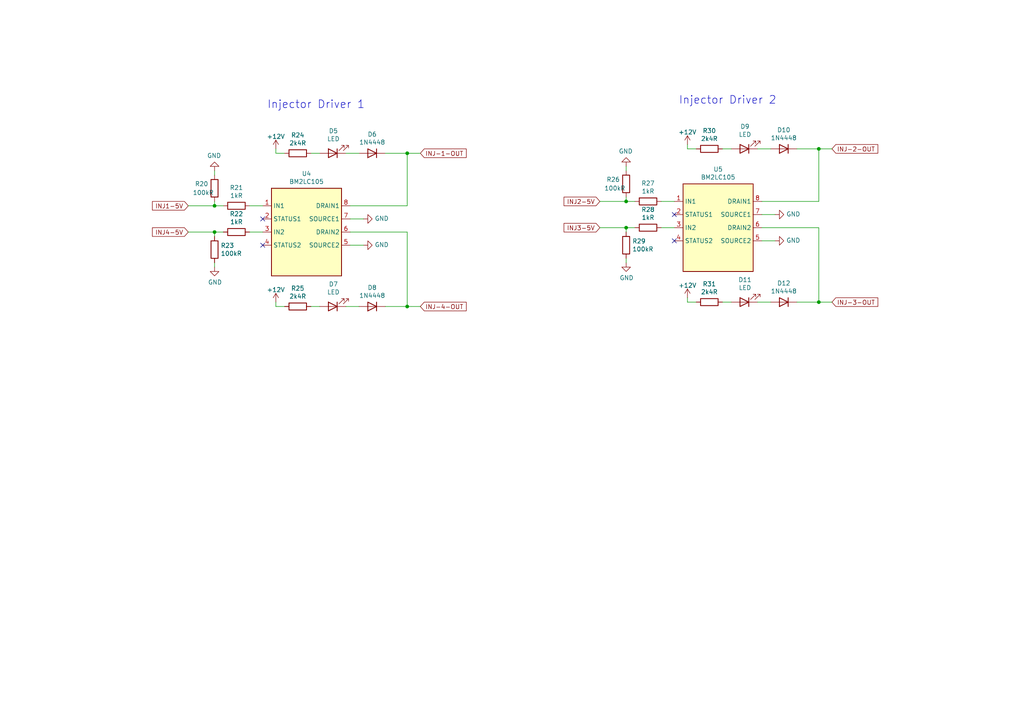
<source format=kicad_sch>
(kicad_sch (version 20211123) (generator eeschema)
  (paper "A4")
  (title_block (title "Speeduino board for Teensy 4.1") (date "2022-12-31") (rev "5") (company "Fontys Eindhoven EXPO group 13 || Speeduino") (comment 1 "Adapted from Speeduino V0.4.4c board"))
  (lib_symbols
    (symbol "Device:D" (pin_numbers hide) (pin_names (offset 1.016) hide)
      (property "Reference" "D" (at 0 2.54 0))
      (property "Value" "D" (at 0 -2.54 0))
      (symbol "D_0_1"
        (polyline (pts (xy -1.27 1.27) (xy -1.27 -1.27)) (stroke (width 0.254)))
        (polyline (pts (xy 1.27 0) (xy -1.27 0)))
        (polyline (pts (xy 1.27 1.27) (xy 1.27 -1.27) (xy -1.27 0) (xy 1.27 1.27)) (stroke (width 0.254)))
      )
      (symbol "D_1_1"
        (pin passive line (at -3.81 0 0) (length 2.54) (name "K") (number "1"))
        (pin passive line (at 3.81 0 180) (length 2.54) (name "A") (number "2"))
      )
    )
    (symbol "Device:LED" (pin_numbers hide) (pin_names (offset 1.016) hide)
      (property "Reference" "D" (at 0 2.54 0))
      (property "Value" "LED" (at 0 -2.54 0))
      (symbol "LED_0_1"
        (polyline (pts (xy -1.27 -1.27) (xy -1.27 1.27)) (stroke (width 0.254)))
        (polyline (pts (xy -1.27 0) (xy 1.27 0)))
        (polyline (pts (xy 1.27 -1.27) (xy 1.27 1.27) (xy -1.27 0) (xy 1.27 -1.27)) (stroke (width 0.254)))
        (polyline (pts (xy -3.048 -0.762) (xy -4.572 -2.286) (xy -3.81 -2.286) (xy -4.572 -2.286) (xy -4.572 -1.524)))
        (polyline (pts (xy -1.778 -0.762) (xy -3.302 -2.286) (xy -2.54 -2.286) (xy -3.302 -2.286) (xy -3.302 -1.524)))
      )
      (symbol "LED_1_1"
        (pin passive line (at -3.81 0 0) (length 2.54) (name "K") (number "1"))
        (pin passive line (at 3.81 0 180) (length 2.54) (name "A") (number "2"))
      )
    )
    (symbol "Device:R" (pin_numbers hide) (pin_names (offset 0))
      (property "Reference" "R" (at 2.032 0 90))
      (property "Value" "R" (at 0 0 90))
      (symbol "R_0_1"
        (rectangle (start -1.016 -2.54) (end 1.016 2.54) (stroke (width 0.254)))
      )
      (symbol "R_1_1"
        (pin passive line (at 0 3.81 270) (length 1.27) (name "~") (number "1"))
        (pin passive line (at 0 -3.81 90) (length 1.27) (name "~") (number "2"))
      )
    )
    (symbol "Speeduino-lib:VNLD5090-IC_Automotive"
      (property "Reference" "U4" (at 2.54 14.4018 0))
      (property "Value" "VNLD5090-IC_Automotive" (at 2.54 12.0904 0))
      (symbol "VNLD5090-IC_Automotive_0_1"
        (rectangle (start -7.62 -15.24) (end 12.7 10.16) (stroke (width 0.254)) (fill (type background)))
      )
      (symbol "VNLD5090-IC_Automotive_1_1"
        (pin input line (at -10.16 5.08 0) (length 2.54) (name "IN1") (number "1"))
        (pin output line (at -10.16 1.27 0) (length 2.54) (name "STATUS1") (number "2"))
        (pin input line (at -10.16 -2.54 0) (length 2.54) (name "IN2") (number "3"))
        (pin output line (at -10.16 -6.35 0) (length 2.54) (name "STATUS2") (number "4"))
        (pin input line (at 15.24 -6.35 180) (length 2.54) (name "SOURCE2") (number "5"))
        (pin output line (at 15.24 -2.54 180) (length 2.54) (name "DRAIN2") (number "6"))
        (pin input line (at 15.24 1.27 180) (length 2.54) (name "SOURCE1") (number "7"))
        (pin output line (at 15.24 5.08 180) (length 2.54) (name "DRAIN1") (number "8"))
      )
    )
    (symbol "power:+12V" (power) (pin_names (offset 0))
      (property "Value" "+12V" (at 0 3.556 0))
      (symbol "+12V_0_1"
        (polyline (pts (xy -0.762 1.27) (xy 0 2.54)))
        (polyline (pts (xy 0 0) (xy 0 2.54)))
        (polyline (pts (xy 0 2.54) (xy 0.762 1.27)))
      )
      (symbol "+12V_1_1"
        (pin power_in line (at 0 0 90) (length 0) hide (name "+12V") (number "1"))
      )
    )
    (symbol "power:GND" (power) (pin_names (offset 0))
      (property "Value" "GND" (at 0 -3.81 0))
      (symbol "GND_0_1"
        (polyline (pts (xy 0 0) (xy 0 -1.27) (xy 1.27 -1.27) (xy 0 -2.54) (xy -1.27 -1.27) (xy 0 -1.27)))
      )
      (symbol "GND_1_1"
        (pin power_in line (at 0 0 270) (length 0) hide (name "GND") (number "1"))
      )
    )
  )
  (junction (at 62.23 59.69))
  (junction (at 237.49 87.63))
  (junction (at 181.61 66.04))
  (junction (at 62.23 67.31))
  (junction (at 118.11 88.9))
  (junction (at 118.11 44.45))
  (junction (at 181.61 58.42))
  (junction (at 237.49 43.18))
  (no_connect (at 76.2 63.5))
  (no_connect (at 195.58 69.85))
  (no_connect (at 76.2 71.12))
  (no_connect (at 195.58 62.23))
  (wire (pts (xy 101.6 67.31) (xy 118.11 67.31)))
  (wire (pts (xy 181.61 76.2) (xy 181.61 74.93)))
  (wire (pts (xy 219.71 87.63) (xy 223.52 87.63)))
  (wire (pts (xy 80.01 88.9) (xy 82.55 88.9)))
  (wire (pts (xy 62.23 77.47) (xy 62.23 76.2)))
  (wire (pts (xy 62.23 50.8) (xy 62.23 49.53)))
  (wire (pts (xy 224.79 69.85) (xy 220.98 69.85)))
  (wire (pts (xy 199.39 87.63) (xy 201.93 87.63)))
  (wire (pts (xy 111.76 88.9) (xy 118.11 88.9)))
  (wire (pts (xy 111.76 44.45) (xy 118.11 44.45)))
  (wire (pts (xy 121.92 44.45) (xy 118.11 44.45)))
  (wire (pts (xy 80.01 44.45) (xy 82.55 44.45)))
  (wire (pts (xy 241.3 87.63) (xy 237.49 87.63)))
  (wire (pts (xy 199.39 41.91) (xy 199.39 43.18)))
  (wire (pts (xy 62.23 59.69) (xy 64.77 59.69)))
  (wire (pts (xy 62.23 67.31) (xy 62.23 68.58)))
  (wire (pts (xy 90.17 44.45) (xy 92.71 44.45)))
  (wire (pts (xy 209.55 87.63) (xy 212.09 87.63)))
  (wire (pts (xy 220.98 58.42) (xy 237.49 58.42)))
  (wire (pts (xy 72.39 67.31) (xy 76.2 67.31)))
  (wire (pts (xy 80.01 43.18) (xy 80.01 44.45)))
  (wire (pts (xy 199.39 86.36) (xy 199.39 87.63)))
  (wire (pts (xy 231.14 87.63) (xy 237.49 87.63)))
  (wire (pts (xy 191.77 66.04) (xy 195.58 66.04)))
  (wire (pts (xy 62.23 58.42) (xy 62.23 59.69)))
  (wire (pts (xy 237.49 66.04) (xy 237.49 87.63)))
  (wire (pts (xy 54.61 59.69) (xy 62.23 59.69)))
  (wire (pts (xy 105.41 71.12) (xy 101.6 71.12)))
  (wire (pts (xy 64.77 67.31) (xy 62.23 67.31)))
  (wire (pts (xy 100.33 88.9) (xy 104.14 88.9)))
  (wire (pts (xy 54.61 67.31) (xy 62.23 67.31)))
  (wire (pts (xy 101.6 63.5) (xy 105.41 63.5)))
  (wire (pts (xy 121.92 88.9) (xy 118.11 88.9)))
  (wire (pts (xy 118.11 67.31) (xy 118.11 88.9)))
  (wire (pts (xy 181.61 66.04) (xy 181.61 67.31)))
  (wire (pts (xy 219.71 43.18) (xy 223.52 43.18)))
  (wire (pts (xy 181.61 49.53) (xy 181.61 48.26)))
  (wire (pts (xy 220.98 62.23) (xy 224.79 62.23)))
  (wire (pts (xy 231.14 43.18) (xy 237.49 43.18)))
  (wire (pts (xy 184.15 66.04) (xy 181.61 66.04)))
  (wire (pts (xy 181.61 58.42) (xy 184.15 58.42)))
  (wire (pts (xy 101.6 59.69) (xy 118.11 59.69)))
  (wire (pts (xy 241.3 43.18) (xy 237.49 43.18)))
  (wire (pts (xy 80.01 87.63) (xy 80.01 88.9)))
  (wire (pts (xy 237.49 58.42) (xy 237.49 43.18)))
  (wire (pts (xy 72.39 59.69) (xy 76.2 59.69)))
  (wire (pts (xy 209.55 43.18) (xy 212.09 43.18)))
  (wire (pts (xy 100.33 44.45) (xy 104.14 44.45)))
  (wire (pts (xy 118.11 59.69) (xy 118.11 44.45)))
  (wire (pts (xy 191.77 58.42) (xy 195.58 58.42)))
  (wire (pts (xy 220.98 66.04) (xy 237.49 66.04)))
  (wire (pts (xy 181.61 57.15) (xy 181.61 58.42)))
  (wire (pts (xy 173.99 58.42) (xy 181.61 58.42)))
  (wire (pts (xy 173.99 66.04) (xy 181.61 66.04)))
  (wire (pts (xy 199.39 43.18) (xy 201.93 43.18)))
  (wire (pts (xy 90.17 88.9) (xy 92.71 88.9)))
  (text "Injector Driver 2" (at 196.85 30.48 0) (effects (font (size 2.2606 2.2606)) (justify left bottom)))
  (text "Injector Driver 1" (at 77.47 31.75 0) (effects (font (size 2.2606 2.2606)) (justify left bottom)))
  (global_label "INJ2-5V" (shape input) (at 173.99 58.42 180) (property "Intersheet References" "${INTERSHEET_REFS}" (effects hide)))
  (global_label "INJ-2-OUT" (shape input) (at 241.3 43.18 0) (property "Intersheet References" "${INTERSHEET_REFS}" (effects hide)))
  (global_label "INJ-4-OUT" (shape input) (at 121.92 88.9 0) (property "Intersheet References" "${INTERSHEET_REFS}" (effects hide)))
  (global_label "INJ4-5V" (shape input) (at 54.61 67.31 180) (property "Intersheet References" "${INTERSHEET_REFS}" (effects hide)))
  (global_label "INJ-1-OUT" (shape input) (at 121.92 44.45 0) (property "Intersheet References" "${INTERSHEET_REFS}" (effects hide)))
  (global_label "INJ3-5V" (shape input) (at 173.99 66.04 180) (property "Intersheet References" "${INTERSHEET_REFS}" (effects hide)))
  (global_label "INJ-3-OUT" (shape input) (at 241.3 87.63 0) (property "Intersheet References" "${INTERSHEET_REFS}" (effects hide)))
  (global_label "INJ1-5V" (shape input) (at 54.61 59.69 180) (property "Intersheet References" "${INTERSHEET_REFS}" (effects hide)))
  (symbol (lib_id "Speeduino-lib:VNLD5090-IC_Automotive") (at 86.36 64.77 0) (unit 1)
    (property "Reference" "U4" (at 88.9 50.3682 0))
    (property "Value" "BM2LC105" (at 88.9 52.6796 0))
    (property "Footprint" "Package_SO:SOP-8_3.9x4.9mm_P1.27mm" (effects hide))
    (property "Datasheet" "https://www.st.com/resource/en/datasheet/vnld5090-e.pdf" (effects hide))
    (property "Manufacturer_Name" "Rohm Semi" (effects hide))
    (property "Manufacturer_Part_Number" "BM2LC105FJ-CE2" (effects hide))
    (property "URL" "https://www.digikey.nl/nl/products/detail/rohm-semiconductor/BM2LC105FJ-CE2/10249308?s=N4IgTCBcDaIEIFkwBkDCBGADAVgGICkBaVAUQgF0BfIA" (effects hide))
    (property "Digikey Part Number" "BM2LC105FJ-CE2CT-ND" (effects hide))
  )
  (symbol (lib_id "power:GND") (at 105.41 63.5 90) (unit 1)
    (property "Reference" "#PWR0116" (effects hide))
    (property "Value" "GND" (at 108.6612 63.373 90) (effects (justify right)))
  )
  (symbol (lib_id "power:GND") (at 105.41 71.12 90) (unit 1)
    (property "Reference" "#PWR0113" (effects hide))
    (property "Value" "GND" (at 108.6612 70.993 90) (effects (justify right)))
  )
  (symbol (lib_id "Device:R") (at 68.58 59.69 270) (unit 1)
    (property "Reference" "R21" (at 68.58 54.4322 90))
    (property "Value" "1kR" (at 68.58 56.7436 90))
    (property "Footprint" "Resistor_SMD:R_0402_1005Metric" (effects hide))
    (property "Digikey Part Number" "2502798" (effects hide))
    (property "Manufacturer_Name" "Walsin" (effects hide))
    (property "Manufacturer_Part_Number" "WF04P1001FTL" (effects hide))
    (property "URL" "https://nl.farnell.com/walsin/wf04p1001ftl/res-1k-1-50v-0402-thick-film/dp/2502798" (effects hide))
  )
  (symbol (lib_id "Device:R") (at 68.58 67.31 270) (unit 1)
    (property "Reference" "R22" (at 68.58 62.0522 90))
    (property "Value" "1kR" (at 68.58 64.3636 90))
    (property "Footprint" "Resistor_SMD:R_0402_1005Metric" (effects hide))
    (property "Digikey Part Number" "2502798" (effects hide))
    (property "Manufacturer_Name" "Walsin" (effects hide))
    (property "Manufacturer_Part_Number" "WF04P1001FTL" (effects hide))
    (property "URL" "https://nl.farnell.com/walsin/wf04p1001ftl/res-1k-1-50v-0402-thick-film/dp/2502798" (effects hide))
  )
  (symbol (lib_id "Device:R") (at 62.23 54.61 180) (unit 1)
    (property "Reference" "R20" (at 56.515 53.34 0) (effects (justify right)))
    (property "Value" "100kR" (at 55.88 55.88 0) (effects (justify right)))
    (property "Footprint" "Resistor_SMD:R_0402_1005Metric" (effects hide))
    (property "Digikey Part Number" "2502803" (effects hide))
    (property "Manufacturer_Name" "Walsin" (effects hide))
    (property "Manufacturer_Part_Number" "WF04P1003FTL" (effects hide))
    (property "URL" "https://nl.farnell.com/walsin/wf04p1003ftl/res-100k-1-50v-0402-thick-film/dp/2502803" (effects hide))
  )
  (symbol (lib_id "Device:R") (at 62.23 72.39 180) (unit 1)
    (property "Reference" "R23" (at 64.008 71.2216 0) (effects (justify right)))
    (property "Value" "100kR" (at 64.008 73.533 0) (effects (justify right)))
    (property "Footprint" "Resistor_SMD:R_0402_1005Metric" (effects hide))
    (property "Digikey Part Number" "2502803" (effects hide))
    (property "Manufacturer_Name" "Walsin" (effects hide))
    (property "Manufacturer_Part_Number" "WF04P1003FTL" (effects hide))
    (property "URL" "https://nl.farnell.com/walsin/wf04p1003ftl/res-100k-1-50v-0402-thick-film/dp/2502803" (effects hide))
  )
  (symbol (lib_id "power:GND") (at 62.23 49.53 180) (unit 1)
    (property "Reference" "#PWR0118" (effects hide))
    (property "Value" "GND" (at 62.103 45.1358 0))
  )
  (symbol (lib_id "power:GND") (at 62.23 77.47 0) (unit 1)
    (property "Reference" "#PWR0117" (effects hide))
    (property "Value" "GND" (at 62.357 81.8642 0))
  )
  (symbol (lib_id "Device:R") (at 86.36 88.9 270) (unit 1)
    (property "Reference" "R25" (at 86.36 83.6422 90))
    (property "Value" "2k4R" (at 86.36 85.9536 90))
    (property "Footprint" "Resistor_SMD:R_0805_2012Metric" (effects hide))
    (property "Digikey Part Number" "2447625" (effects hide))
    (property "Manufacturer_Name" "Multicomp" (effects hide))
    (property "Manufacturer_Part_Number" "MCWR08X2401FTL" (effects hide))
    (property "URL" "https://nl.farnell.com/multicomp/mcwr08x2401ftl/res-2k4-1-0-125w-thick-film/dp/2447625" (effects hide))
  )
  (symbol (lib_id "Device:LED") (at 96.52 88.9 180) (unit 1)
    (property "Reference" "D7" (at 96.6978 82.423 0))
    (property "Value" "LED" (at 96.6978 84.7344 0))
    (property "Footprint" "LED_SMD:LED_0805_2012Metric" (effects hide))
    (property "Digikey Part Number" "3796325" (effects hide))
    (property "Manufacturer_Name" "Multicomp" (effects hide))
    (property "Manufacturer_Part_Number" "MP008293" (effects hide))
    (property "URL" "https://nl.farnell.com/multicomp-pro/mp008293/led-red-220mcd-626nm-0805/dp/3796325" (effects hide))
  )
  (symbol (lib_id "Device:R") (at 86.36 44.45 270) (unit 1)
    (property "Reference" "R24" (at 86.36 39.1922 90))
    (property "Value" "2k4R" (at 86.36 41.5036 90))
    (property "Footprint" "Resistor_SMD:R_0805_2012Metric" (effects hide))
    (property "Digikey Part Number" "2447625" (effects hide))
    (property "Manufacturer_Name" "Multicomp" (effects hide))
    (property "Manufacturer_Part_Number" "MCWR08X2401FTL" (effects hide))
    (property "URL" "https://nl.farnell.com/multicomp/mcwr08x2401ftl/res-2k4-1-0-125w-thick-film/dp/2447625" (effects hide))
  )
  (symbol (lib_id "Device:LED") (at 96.52 44.45 180) (unit 1)
    (property "Reference" "D5" (at 96.6978 37.973 0))
    (property "Value" "LED" (at 96.6978 40.2844 0))
    (property "Footprint" "LED_SMD:LED_0805_2012Metric" (effects hide))
    (property "Digikey Part Number" "3796325" (effects hide))
    (property "Manufacturer_Name" "Multicomp" (effects hide))
    (property "Manufacturer_Part_Number" "MP008293" (effects hide))
    (property "URL" "https://nl.farnell.com/multicomp-pro/mp008293/led-red-220mcd-626nm-0805/dp/3796325" (effects hide))
  )
  (symbol (lib_id "Speeduino-lib:VNLD5090-IC_Automotive") (at 205.74 63.5 0) (unit 1)
    (property "Reference" "U5" (at 208.28 49.0982 0))
    (property "Value" "BM2LC105" (at 208.28 51.4096 0))
    (property "Footprint" "Package_SO:SOP-8_3.9x4.9mm_P1.27mm" (effects hide))
    (property "Datasheet" "https://www.st.com/resource/en/datasheet/vnld5090-e.pdf" (effects hide))
    (property "Manufacturer_Name" "Rohm Semi" (effects hide))
    (property "Manufacturer_Part_Number" "BM2LC105FJ-CE2" (effects hide))
    (property "URL" "https://www.digikey.nl/nl/products/detail/rohm-semiconductor/BM2LC105FJ-CE2/10249308?s=N4IgTCBcDaIEIFkwBkDCBGADAVgGICkBaVAUQgF0BfIA" (effects hide))
    (property "Digikey Part Number" "BM2LC105FJ-CE2CT-ND" (effects hide))
  )
  (symbol (lib_id "power:GND") (at 224.79 62.23 90) (unit 1)
    (property "Reference" "#PWR0110" (effects hide))
    (property "Value" "GND" (at 228.0412 62.103 90) (effects (justify right)))
  )
  (symbol (lib_id "power:GND") (at 224.79 69.85 90) (unit 1)
    (property "Reference" "#PWR0112" (effects hide))
    (property "Value" "GND" (at 228.0412 69.723 90) (effects (justify right)))
  )
  (symbol (lib_id "Device:R") (at 187.96 58.42 270) (unit 1)
    (property "Reference" "R27" (at 187.96 53.1622 90))
    (property "Value" "1kR" (at 187.96 55.4736 90))
    (property "Footprint" "Resistor_SMD:R_0402_1005Metric" (effects hide))
    (property "Digikey Part Number" "2502798" (effects hide))
    (property "Manufacturer_Name" "Walsin" (effects hide))
    (property "Manufacturer_Part_Number" "WF04P1001FTL" (effects hide))
    (property "URL" "https://nl.farnell.com/walsin/wf04p1001ftl/res-1k-1-50v-0402-thick-film/dp/2502798" (effects hide))
  )
  (symbol (lib_id "Device:R") (at 187.96 66.04 270) (unit 1)
    (property "Reference" "R28" (at 187.96 60.7822 90))
    (property "Value" "1kR" (at 187.96 63.0936 90))
    (property "Footprint" "Resistor_SMD:R_0402_1005Metric" (effects hide))
    (property "Digikey Part Number" "2502798" (effects hide))
    (property "Manufacturer_Name" "Walsin" (effects hide))
    (property "Manufacturer_Part_Number" "WF04P1001FTL" (effects hide))
    (property "URL" "https://nl.farnell.com/walsin/wf04p1001ftl/res-1k-1-50v-0402-thick-film/dp/2502798" (effects hide))
  )
  (symbol (lib_id "Device:R") (at 181.61 53.34 180) (unit 1)
    (property "Reference" "R26" (at 175.895 52.07 0) (effects (justify right)))
    (property "Value" "100kR" (at 175.26 54.61 0) (effects (justify right)))
    (property "Footprint" "Resistor_SMD:R_0402_1005Metric" (effects hide))
    (property "Digikey Part Number" "2502803" (effects hide))
    (property "Manufacturer_Name" "Walsin" (effects hide))
    (property "Manufacturer_Part_Number" "WF04P1003FTL" (effects hide))
    (property "URL" "https://nl.farnell.com/walsin/wf04p1003ftl/res-100k-1-50v-0402-thick-film/dp/2502803" (effects hide))
  )
  (symbol (lib_id "Device:R") (at 181.61 71.12 180) (unit 1)
    (property "Reference" "R29" (at 183.388 69.9516 0) (effects (justify right)))
    (property "Value" "100kR" (at 183.388 72.263 0) (effects (justify right)))
    (property "Footprint" "Resistor_SMD:R_0402_1005Metric" (effects hide))
    (property "Digikey Part Number" "2502803" (effects hide))
    (property "Manufacturer_Name" "Walsin" (effects hide))
    (property "Manufacturer_Part_Number" "WF04P1003FTL" (effects hide))
    (property "URL" "https://nl.farnell.com/walsin/wf04p1003ftl/res-100k-1-50v-0402-thick-film/dp/2502803" (effects hide))
  )
  (symbol (lib_id "power:GND") (at 181.61 48.26 180) (unit 1)
    (property "Reference" "#PWR0120" (effects hide))
    (property "Value" "GND" (at 181.483 43.8658 0))
  )
  (symbol (lib_id "power:GND") (at 181.61 76.2 0) (unit 1)
    (property "Reference" "#PWR0119" (effects hide))
    (property "Value" "GND" (at 181.737 80.5942 0))
  )
  (symbol (lib_id "Device:R") (at 205.74 87.63 270) (unit 1)
    (property "Reference" "R31" (at 205.74 82.3722 90))
    (property "Value" "2k4R" (at 205.74 84.6836 90))
    (property "Footprint" "Resistor_SMD:R_0805_2012Metric" (effects hide))
    (property "Digikey Part Number" "2447625" (effects hide))
    (property "Manufacturer_Name" "Multicomp" (effects hide))
    (property "Manufacturer_Part_Number" "MCWR08X2401FTL" (effects hide))
    (property "URL" "https://nl.farnell.com/multicomp/mcwr08x2401ftl/res-2k4-1-0-125w-thick-film/dp/2447625" (effects hide))
  )
  (symbol (lib_id "Device:LED") (at 215.9 87.63 180) (unit 1)
    (property "Reference" "D11" (at 216.0778 81.153 0))
    (property "Value" "LED" (at 216.0778 83.4644 0))
    (property "Footprint" "LED_SMD:LED_0805_2012Metric" (effects hide))
    (property "Digikey Part Number" "3796325" (effects hide))
    (property "Manufacturer_Name" "Multicomp" (effects hide))
    (property "Manufacturer_Part_Number" "MP008293" (effects hide))
    (property "URL" "https://nl.farnell.com/multicomp-pro/mp008293/led-red-220mcd-626nm-0805/dp/3796325" (effects hide))
  )
  (symbol (lib_id "Device:R") (at 205.74 43.18 270) (unit 1)
    (property "Reference" "R30" (at 205.74 37.9222 90))
    (property "Value" "2k4R" (at 205.74 40.2336 90))
    (property "Footprint" "Resistor_SMD:R_0805_2012Metric" (effects hide))
    (property "Digikey Part Number" "2447625" (effects hide))
    (property "Manufacturer_Name" "Multicomp" (effects hide))
    (property "Manufacturer_Part_Number" "MCWR08X2401FTL" (effects hide))
    (property "URL" "https://nl.farnell.com/multicomp/mcwr08x2401ftl/res-2k4-1-0-125w-thick-film/dp/2447625" (effects hide))
  )
  (symbol (lib_id "Device:LED") (at 215.9 43.18 180) (unit 1)
    (property "Reference" "D9" (at 216.0778 36.703 0))
    (property "Value" "LED" (at 216.0778 39.0144 0))
    (property "Footprint" "LED_SMD:LED_0805_2012Metric" (effects hide))
    (property "Digikey Part Number" "3796325" (effects hide))
    (property "Manufacturer_Name" "Multicomp" (effects hide))
    (property "Manufacturer_Part_Number" "MP008293" (effects hide))
    (property "URL" "https://nl.farnell.com/multicomp-pro/mp008293/led-red-220mcd-626nm-0805/dp/3796325" (effects hide))
  )
  (symbol (lib_id "Device:D") (at 227.33 87.63 180) (unit 1)
    (property "Reference" "D12" (at 227.33 82.1436 0))
    (property "Value" "1N4448" (at 227.33 84.455 0))
    (property "Footprint" "Diode_SMD:D_SOD-123" (effects hide))
    (property "Digikey Part Number" "1843738" (effects hide))
    (property "Manufacturer_Name" "Diodes inc." (effects hide))
    (property "Manufacturer_Part_Number" "1N4448W-7-F" (effects hide))
    (property "URL" "https://nl.farnell.com/diodes-inc/1n4448w-7-f/diode-switching-75v-0-4w-sod123/dp/1843738?st=1n4448" (effects hide))
  )
  (symbol (lib_id "Device:D") (at 227.33 43.18 180) (unit 1)
    (property "Reference" "D10" (at 227.33 37.6936 0))
    (property "Value" "1N4448" (at 227.33 40.005 0))
    (property "Footprint" "Diode_SMD:D_SOD-123" (effects hide))
    (property "Digikey Part Number" "1843738" (effects hide))
    (property "Manufacturer_Name" "Diodes inc." (effects hide))
    (property "Manufacturer_Part_Number" "1N4448W-7-F" (effects hide))
    (property "URL" "https://nl.farnell.com/diodes-inc/1n4448w-7-f/diode-switching-75v-0-4w-sod123/dp/1843738?st=1n4448" (effects hide))
  )
  (symbol (lib_id "Device:D") (at 107.95 44.45 180) (unit 1)
    (property "Reference" "D6" (at 107.95 38.9636 0))
    (property "Value" "1N4448" (at 107.95 41.275 0))
    (property "Footprint" "Diode_SMD:D_SOD-123" (effects hide))
    (property "Digikey Part Number" "1843738" (effects hide))
    (property "Manufacturer_Name" "Diodes inc." (effects hide))
    (property "Manufacturer_Part_Number" "1N4448W-7-F" (effects hide))
    (property "URL" "https://nl.farnell.com/diodes-inc/1n4448w-7-f/diode-switching-75v-0-4w-sod123/dp/1843738?st=1n4448" (effects hide))
  )
  (symbol (lib_id "Device:D") (at 107.95 88.9 180) (unit 1)
    (property "Reference" "D8" (at 107.95 83.4136 0))
    (property "Value" "1N4448" (at 107.95 85.725 0))
    (property "Footprint" "Diode_SMD:D_SOD-123" (effects hide))
    (property "Digikey Part Number" "1843738" (effects hide))
    (property "Manufacturer_Name" "Diodes inc." (effects hide))
    (property "Manufacturer_Part_Number" "1N4448W-7-F" (effects hide))
    (property "URL" "https://nl.farnell.com/diodes-inc/1n4448w-7-f/diode-switching-75v-0-4w-sod123/dp/1843738?st=1n4448" (effects hide))
  )
  (symbol (lib_id "power:+12V") (at 80.01 87.63 0) (unit 1)
    (property "Reference" "#PWR0114" (effects hide))
    (property "Value" "+12V" (at 80.01 84.0542 0))
  )
  (symbol (lib_id "power:+12V") (at 199.39 86.36 0) (unit 1)
    (property "Reference" "#PWR0109" (effects hide))
    (property "Value" "+12V" (at 199.39 82.7842 0))
  )
  (symbol (lib_id "power:+12V") (at 80.01 43.18 0) (unit 1)
    (property "Reference" "#PWR0115" (effects hide))
    (property "Value" "+12V" (at 80.01 39.6042 0))
  )
  (symbol (lib_id "power:+12V") (at 199.39 41.91 0) (unit 1)
    (property "Reference" "#PWR0111" (effects hide))
    (property "Value" "+12V" (at 199.39 38.3342 0))
  )
)
</source>
